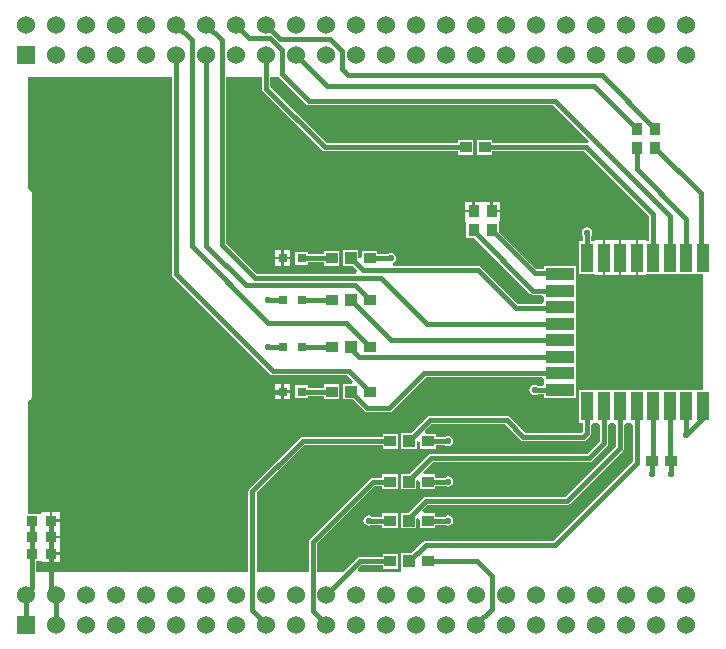
<source format=gtl>
G04 Layer_Physical_Order=1*
G04 Layer_Color=255*
%FSLAX25Y25*%
%MOIN*%
G70*
G01*
G75*
%ADD10R,0.03740X0.03937*%
%ADD11R,0.03937X0.09646*%
%ADD12R,0.09646X0.03937*%
%ADD13R,0.03937X0.03740*%
%ADD14R,0.03937X0.03937*%
%ADD15R,0.03150X0.03150*%
%ADD16R,0.03740X0.03543*%
%ADD17C,0.01500*%
%ADD18C,0.06000*%
%ADD19R,0.06000X0.06000*%
%ADD20C,0.02200*%
G36*
X172527Y183027D02*
X172973Y182728D01*
X173500Y182624D01*
X254930D01*
X266917Y170636D01*
X266819Y170419D01*
X266328Y169811D01*
X266000Y169876D01*
X234718D01*
Y170970D01*
X229581D01*
Y166030D01*
X234718D01*
Y167124D01*
X265430D01*
X287013Y145540D01*
Y137116D01*
X285846D01*
Y137516D01*
X283278D01*
Y131693D01*
Y125870D01*
X285846D01*
Y126270D01*
X290333D01*
X291333Y126270D01*
X291958Y126270D01*
X295845D01*
X296470Y126270D01*
X297470Y126270D01*
X301357D01*
X301982Y126270D01*
X302982Y126270D01*
X304909D01*
Y87549D01*
X302982D01*
X302357Y87549D01*
Y87549D01*
X301982D01*
Y87549D01*
X297470D01*
X296845Y87549D01*
X295845Y87549D01*
X291958D01*
X291333Y87549D01*
X290333Y87549D01*
X286446D01*
X285447Y87549D01*
X284821Y87549D01*
X280935D01*
X280310Y87549D01*
X279309Y87549D01*
X275423D01*
X274798Y87549D01*
X273798Y87549D01*
X269911D01*
X269286Y87549D01*
X268286Y87549D01*
X263774D01*
Y76703D01*
X264966D01*
Y73913D01*
X264430Y73376D01*
X245570D01*
X240473Y78473D01*
X240027Y78772D01*
X239500Y78876D01*
X213874D01*
X213347Y78772D01*
X212901Y78473D01*
X212901Y78473D01*
X207496Y73068D01*
X204432D01*
Y67931D01*
X209569D01*
Y70503D01*
X209731Y70611D01*
X210731Y70076D01*
Y68030D01*
X215868D01*
Y69124D01*
X219000D01*
X219337Y68899D01*
X220000Y68767D01*
X220663Y68899D01*
X221226Y69274D01*
X221601Y69837D01*
X221733Y70500D01*
X221601Y71163D01*
X221226Y71726D01*
X220663Y72101D01*
X220000Y72233D01*
X219337Y72101D01*
X219000Y71877D01*
X215868D01*
Y72970D01*
X212597D01*
X212215Y73894D01*
X214444Y76124D01*
X238930D01*
X244027Y71027D01*
X244027Y71027D01*
X244473Y70728D01*
X245000Y70624D01*
X265000D01*
X265527Y70728D01*
X265973Y71027D01*
X267316Y72369D01*
X267614Y72816D01*
X267719Y73343D01*
Y75996D01*
X268426Y76703D01*
X269771Y76703D01*
X270478Y75996D01*
Y70424D01*
X266430Y66376D01*
X214374D01*
X213847Y66272D01*
X213401Y65973D01*
X206996Y59569D01*
X204306D01*
Y54431D01*
X209442D01*
Y57377D01*
X209605Y57485D01*
X210605Y56950D01*
Y54530D01*
X215742D01*
Y55624D01*
X219000D01*
X219337Y55399D01*
X220000Y55267D01*
X220663Y55399D01*
X221226Y55774D01*
X221601Y56337D01*
X221733Y57000D01*
X221601Y57663D01*
X221226Y58226D01*
X220663Y58601D01*
X220000Y58733D01*
X219337Y58601D01*
X219000Y58376D01*
X215742D01*
Y59470D01*
X212097D01*
X211715Y60394D01*
X214944Y63624D01*
X267000D01*
X267527Y63728D01*
X267973Y64027D01*
X272828Y68881D01*
X273126Y69328D01*
X273231Y69854D01*
Y75996D01*
X273938Y76703D01*
X275283Y76703D01*
X275990Y75996D01*
Y68936D01*
X258930Y51876D01*
X212500D01*
X211973Y51772D01*
X211527Y51473D01*
X211527Y51473D01*
X206622Y46569D01*
X204306D01*
Y41431D01*
X209442D01*
Y44643D01*
X209605Y44751D01*
X210605Y44217D01*
Y41530D01*
X215742D01*
Y42624D01*
X219000D01*
X219337Y42399D01*
X220000Y42267D01*
X220663Y42399D01*
X221226Y42774D01*
X221601Y43337D01*
X221733Y44000D01*
X221601Y44663D01*
X221226Y45226D01*
X220663Y45601D01*
X220000Y45733D01*
X219337Y45601D01*
X219000Y45377D01*
X215742D01*
Y46470D01*
X211831D01*
X211417Y47470D01*
X213070Y49124D01*
X259500D01*
X260027Y49228D01*
X260473Y49527D01*
X278339Y67393D01*
X278638Y67839D01*
X278743Y68366D01*
X278743Y68366D01*
Y75996D01*
X279450Y76703D01*
X280794Y76703D01*
X281502Y75996D01*
Y63948D01*
X254930Y37376D01*
X212500D01*
X211973Y37272D01*
X211527Y36973D01*
X211527Y36973D01*
X207622Y33068D01*
X204432D01*
Y27931D01*
X204432D01*
X204266Y27000D01*
X190253D01*
X189871Y27924D01*
X191070Y29124D01*
X198132D01*
Y28030D01*
X203269D01*
Y32970D01*
X198132D01*
Y31876D01*
X190500D01*
X189973Y31772D01*
X189527Y31473D01*
X185053Y27000D01*
X176376D01*
Y36430D01*
X195570Y55624D01*
X198006D01*
Y54530D01*
X203143D01*
Y59470D01*
X198006D01*
Y58376D01*
X195000D01*
X194473Y58272D01*
X194027Y57973D01*
X174027Y37973D01*
X173728Y37527D01*
X173624Y37000D01*
Y27000D01*
X156126D01*
Y53180D01*
X172070Y69124D01*
X198132D01*
Y68030D01*
X203269D01*
Y72970D01*
X198132D01*
Y71876D01*
X171500D01*
X171500Y71877D01*
X170973Y71772D01*
X170527Y71473D01*
X153777Y54723D01*
X153478Y54277D01*
X153374Y53750D01*
Y27000D01*
X82727D01*
Y30628D01*
X83780D01*
X83820Y30628D01*
X84780Y30529D01*
Y30228D01*
X87250D01*
Y33000D01*
X87650D01*
Y33400D01*
X90520D01*
Y35728D01*
Y38100D01*
X87650D01*
Y38900D01*
X90520D01*
Y41228D01*
Y43600D01*
X87650D01*
Y44000D01*
X87250D01*
Y46772D01*
X84780D01*
Y46470D01*
X83820Y46372D01*
X83780Y46372D01*
X80000D01*
Y83742D01*
X80036Y83756D01*
X80572Y84168D01*
X80984Y84705D01*
X81243Y85330D01*
X81331Y86000D01*
Y152441D01*
X81243Y153112D01*
X80984Y153736D01*
X80572Y154273D01*
X80036Y154685D01*
X80000Y154699D01*
Y192000D01*
X128007D01*
Y126117D01*
X128112Y125590D01*
X128410Y125144D01*
X160527Y93027D01*
X160527Y93027D01*
X160973Y92728D01*
X161500Y92624D01*
X186229D01*
X188360Y90492D01*
X187978Y89569D01*
X184932D01*
Y84431D01*
X188122D01*
X192027Y80527D01*
X192027Y80527D01*
X192473Y80228D01*
X193000Y80124D01*
X200374D01*
X200901Y80228D01*
X201347Y80527D01*
X212574Y91754D01*
X251177D01*
X251884Y91046D01*
X251884Y89702D01*
X251177Y88995D01*
X249850D01*
X249514Y89219D01*
X248850Y89351D01*
X248187Y89219D01*
X247625Y88844D01*
X247249Y88281D01*
X247117Y87618D01*
X247249Y86955D01*
X247625Y86392D01*
X248187Y86017D01*
X248850Y85885D01*
X249514Y86017D01*
X249850Y86242D01*
X251884D01*
Y85050D01*
X262730D01*
Y89561D01*
X262730Y90187D01*
X262730Y91187D01*
Y95698D01*
X262730D01*
Y96073D01*
X262730D01*
Y101210D01*
X262730D01*
X262730Y101585D01*
X262730D01*
Y106722D01*
X262730D01*
Y107097D01*
X262730D01*
Y112234D01*
X262730D01*
X262730Y112609D01*
X262730D01*
Y117121D01*
X262730Y117746D01*
X262730Y118746D01*
Y123258D01*
X262730D01*
X262730Y123632D01*
X262730D01*
Y128769D01*
X251884D01*
Y127876D01*
X249420D01*
X236970Y140327D01*
X236970Y143347D01*
X237370Y144181D01*
X237370Y144253D01*
Y146750D01*
X234500D01*
Y147150D01*
X234100D01*
Y150118D01*
X232370D01*
X231630Y150118D01*
X230630Y150118D01*
X228900D01*
Y147150D01*
X228500D01*
Y146750D01*
X225630D01*
Y144253D01*
X225630Y144181D01*
X226030Y143347D01*
X226030Y143181D01*
Y138282D01*
X228771D01*
X247338Y119716D01*
X247338Y119716D01*
X247784Y119417D01*
X248311Y119313D01*
X251177D01*
X251884Y118605D01*
X251884Y117084D01*
X251177Y116376D01*
X243070D01*
X230973Y128473D01*
X230527Y128772D01*
X230000Y128876D01*
X201650D01*
X201552Y129876D01*
X201663Y129899D01*
X202226Y130274D01*
X202601Y130837D01*
X202733Y131500D01*
X202601Y132163D01*
X202226Y132726D01*
X201663Y133101D01*
X201000Y133233D01*
X200337Y133101D01*
X200000Y132876D01*
X196368D01*
Y133970D01*
X191231D01*
Y132050D01*
X190231Y131515D01*
X190068Y131623D01*
Y134069D01*
X184932D01*
Y128931D01*
X188122D01*
X189677Y127376D01*
X189263Y126376D01*
X156070D01*
X145876Y136570D01*
Y192000D01*
X158007D01*
Y188000D01*
X158112Y187473D01*
X158410Y187027D01*
X177910Y167527D01*
X177910Y167527D01*
X178356Y167228D01*
X178883Y167124D01*
X223282D01*
Y166030D01*
X228419D01*
Y170970D01*
X223282D01*
Y169876D01*
X179453D01*
X160760Y188570D01*
Y192000D01*
X163553D01*
X172527Y183027D01*
D02*
G37*
%LPC*%
G36*
X167425Y89575D02*
X165250D01*
Y87400D01*
X167425D01*
Y89575D01*
D02*
G37*
G36*
X164450D02*
X162276D01*
Y87400D01*
X164450D01*
Y89575D01*
D02*
G37*
G36*
X266342Y141733D02*
X265679Y141601D01*
X265117Y141226D01*
X264741Y140663D01*
X264609Y140000D01*
X264741Y139337D01*
X264966Y139000D01*
Y137116D01*
X263774D01*
Y126270D01*
X268886D01*
Y125870D01*
X271454D01*
Y131693D01*
Y137516D01*
X268886D01*
Y137116D01*
X267719D01*
Y139000D01*
X267944Y139337D01*
X268076Y140000D01*
X267944Y140663D01*
X267568Y141226D01*
X267006Y141601D01*
X266342Y141733D01*
D02*
G37*
G36*
X183769Y89470D02*
X178632D01*
Y88376D01*
X173324D01*
Y89175D01*
X168975D01*
Y84825D01*
X173324D01*
Y85624D01*
X178632D01*
Y84530D01*
X183769D01*
Y89470D01*
D02*
G37*
G36*
X167425Y86600D02*
X165250D01*
Y84425D01*
X167425D01*
Y86600D01*
D02*
G37*
G36*
X90520Y46772D02*
X88050D01*
Y44400D01*
X90520D01*
Y46772D01*
D02*
G37*
G36*
Y32600D02*
X88050D01*
Y30228D01*
X90520D01*
Y32600D01*
D02*
G37*
G36*
X164450Y86600D02*
X162276D01*
Y84425D01*
X164450D01*
Y86600D01*
D02*
G37*
G36*
X203143Y46470D02*
X198006D01*
Y45376D01*
X194500D01*
X194163Y45601D01*
X193500Y45733D01*
X192837Y45601D01*
X192274Y45226D01*
X191899Y44663D01*
X191767Y44000D01*
X191899Y43337D01*
X192274Y42774D01*
X192837Y42399D01*
X193500Y42267D01*
X194163Y42399D01*
X194500Y42624D01*
X198006D01*
Y41530D01*
X203143D01*
Y46470D01*
D02*
G37*
G36*
X183769Y133970D02*
X178632D01*
Y132876D01*
X173324D01*
Y133675D01*
X168975D01*
Y129325D01*
X173324D01*
Y130124D01*
X178632D01*
Y129030D01*
X183769D01*
Y133970D01*
D02*
G37*
G36*
X167425Y134075D02*
X165250D01*
Y131900D01*
X167425D01*
Y134075D01*
D02*
G37*
G36*
X234900Y150118D02*
Y147550D01*
X237370D01*
Y150118D01*
X234900D01*
D02*
G37*
G36*
X228100D02*
X225630D01*
Y147550D01*
X228100D01*
Y150118D01*
D02*
G37*
G36*
X164450Y134075D02*
X162276D01*
Y131900D01*
X164450D01*
Y134075D01*
D02*
G37*
G36*
X282478Y137516D02*
X277766D01*
Y131693D01*
Y125870D01*
X282478D01*
Y131693D01*
Y137516D01*
D02*
G37*
G36*
X276966D02*
X272254D01*
Y131693D01*
Y125870D01*
X276966D01*
Y131693D01*
Y137516D01*
D02*
G37*
G36*
X167425Y131100D02*
X165250D01*
Y128925D01*
X167425D01*
Y131100D01*
D02*
G37*
G36*
X164450D02*
X162276D01*
Y128925D01*
X164450D01*
Y131100D01*
D02*
G37*
%LPD*%
D10*
X283000Y168350D02*
D03*
Y174650D02*
D03*
X289000Y168350D02*
D03*
Y174650D02*
D03*
X228500Y147150D02*
D03*
Y140850D02*
D03*
X234500Y147150D02*
D03*
Y140850D02*
D03*
D11*
X304925Y131693D02*
D03*
X299413D02*
D03*
X293902D02*
D03*
X288390D02*
D03*
X282878D02*
D03*
X277366D02*
D03*
X271854D02*
D03*
X266342D02*
D03*
Y82126D02*
D03*
X271854D02*
D03*
X277366D02*
D03*
X282878D02*
D03*
X288390D02*
D03*
X293902D02*
D03*
X299413D02*
D03*
X304925D02*
D03*
D12*
X257307Y126201D02*
D03*
Y120689D02*
D03*
Y115177D02*
D03*
Y109665D02*
D03*
Y104154D02*
D03*
Y98642D02*
D03*
Y93130D02*
D03*
Y87618D02*
D03*
D13*
X232150Y168500D02*
D03*
X225850D02*
D03*
X294150Y64000D02*
D03*
X287850D02*
D03*
X200701Y30500D02*
D03*
X213299Y30500D02*
D03*
X200575Y57000D02*
D03*
X213173Y57000D02*
D03*
X200575Y44000D02*
D03*
X213173Y44000D02*
D03*
X200701Y70500D02*
D03*
X213299Y70500D02*
D03*
X193799Y131500D02*
D03*
X181201Y131500D02*
D03*
X193799Y117500D02*
D03*
X181201Y117500D02*
D03*
X193799Y102000D02*
D03*
X181201Y102000D02*
D03*
X193799Y87000D02*
D03*
X181201Y87000D02*
D03*
D14*
X207000Y30500D02*
D03*
X206874Y57000D02*
D03*
X206874Y44000D02*
D03*
X207000Y70500D02*
D03*
X187500Y131500D02*
D03*
Y117500D02*
D03*
Y102000D02*
D03*
Y87000D02*
D03*
D15*
X164850Y131500D02*
D03*
X171150D02*
D03*
X164850Y117500D02*
D03*
X171150D02*
D03*
X164850Y102000D02*
D03*
X171150D02*
D03*
X164850Y87000D02*
D03*
X171150D02*
D03*
D16*
X87650Y44000D02*
D03*
X81350Y44000D02*
D03*
X87650Y38500D02*
D03*
X81350D02*
D03*
X87650Y33000D02*
D03*
X81350D02*
D03*
D17*
X200847Y104154D02*
X257307D01*
X187500Y117500D02*
X200847Y104154D01*
X190358Y98642D02*
X257307D01*
X187000Y102000D02*
X190358Y98642D01*
X212835Y109665D02*
X257307D01*
X197500Y125000D02*
X212835Y109665D01*
X188799Y122500D02*
X193799Y117500D01*
X187500Y131500D02*
X191500Y127500D01*
X230000D01*
X242500Y115000D01*
X257323D01*
X257500Y115177D01*
X185799Y110000D02*
X193799Y102000D01*
X160000Y110000D02*
X185799D01*
X212004Y93130D02*
X257307D01*
X200374Y81500D02*
X212004Y93130D01*
X187500Y87000D02*
X193000Y81500D01*
X200374D01*
X186799Y94000D02*
X193799Y87000D01*
X161500Y94000D02*
X186799D01*
X170500Y87000D02*
X170500Y87000D01*
X181201D01*
X171150Y102000D02*
X181201D01*
X171150Y102000D02*
X171150Y102000D01*
X171650Y117500D02*
X181201D01*
X171150Y118000D02*
X171650Y117500D01*
X129383Y126117D02*
Y199381D01*
Y126117D02*
X161500Y94000D01*
X129383Y209381D02*
X134500Y204264D01*
Y135500D02*
Y204264D01*
Y135500D02*
X160000Y110000D01*
X139383Y199381D02*
Y200000D01*
Y209381D02*
X144500Y204264D01*
X171150Y131500D02*
X181000D01*
X181500Y131000D01*
X87650Y38500D02*
Y44000D01*
Y33500D02*
Y38500D01*
Y21231D02*
Y33000D01*
X89383Y9764D02*
Y19381D01*
X89000Y9381D02*
X89383Y9764D01*
X87650Y21231D02*
X89500Y19381D01*
X81350Y38500D02*
Y44000D01*
X79383Y19500D02*
X81350Y21467D01*
Y32650D01*
Y33000D01*
X81350Y32650D02*
X81350Y32650D01*
X81500Y32500D01*
X81350Y32650D02*
Y38500D01*
X79383Y10617D02*
Y19381D01*
Y10617D02*
X79500Y10500D01*
X234500Y140850D02*
X248850Y126500D01*
X257307D01*
X248311Y120689D02*
X257307D01*
X228500Y140500D02*
X248311Y120689D01*
X160000Y117500D02*
X164850D01*
X160000Y102000D02*
X164850D01*
X160000Y87000D02*
X164850D01*
X155500Y125000D02*
X197500D01*
X144500Y136000D02*
Y204264D01*
Y136000D02*
X155500Y125000D01*
X139383Y135617D02*
Y199381D01*
Y135617D02*
X152500Y122500D01*
X188799D01*
X266342Y131693D02*
Y140000D01*
X304925Y78072D02*
Y82126D01*
X299413Y72561D02*
X304925Y78072D01*
X299413Y72561D02*
Y82126D01*
X293902Y64098D02*
Y82126D01*
Y64098D02*
X294000Y64000D01*
X288390Y64390D02*
Y82126D01*
X287850Y63850D02*
X288390Y64390D01*
X287850Y59500D02*
Y63850D01*
X288390Y131693D02*
Y146110D01*
X266000Y168500D02*
X288390Y146110D01*
X149383Y209381D02*
X153733Y205031D01*
X164500Y193000D02*
X173500Y184000D01*
X255500D01*
X293902Y145598D01*
Y131693D02*
Y145598D01*
X178883Y168500D02*
X225850D01*
X159383Y188000D02*
X178883Y168500D01*
X159383Y188000D02*
Y199381D01*
Y199500D01*
X169383Y199381D02*
X179764Y189000D01*
X268528D01*
X282878Y174650D01*
X271150Y192500D02*
X289000Y174650D01*
X186500Y192500D02*
X271150D01*
X184500Y194500D02*
X186500Y192500D01*
X184500Y194500D02*
Y200500D01*
X180500Y204500D02*
X184500Y200500D01*
X160000Y208500D02*
Y209500D01*
Y208500D02*
X164000Y204500D01*
X180500D01*
X164500Y193000D02*
Y201000D01*
X153733Y205031D02*
X160469D01*
X164500Y201000D01*
X289000Y168350D02*
X304182Y153169D01*
Y133000D02*
Y153169D01*
X299413Y131693D02*
Y144587D01*
X282878Y161122D02*
X299413Y144587D01*
X282878Y161122D02*
Y169000D01*
X248920Y87618D02*
X257307D01*
X294150Y59650D02*
Y64000D01*
X266342Y73343D02*
Y82126D01*
X265000Y72000D02*
X266342Y73343D01*
X245000Y72000D02*
X265000D01*
X239500Y77500D02*
X245000Y72000D01*
X213874Y77500D02*
X239500D01*
X206874Y70500D02*
X213874Y77500D01*
X271854Y69854D02*
Y82126D01*
X214374Y65000D02*
X267000D01*
X206874Y57500D02*
X214374Y65000D01*
X267000D02*
X271854Y69854D01*
X277366Y68366D02*
Y82126D01*
X259500Y50500D02*
X277366Y68366D01*
X212500Y50500D02*
X259500D01*
X207000Y45000D02*
X212500Y50500D01*
X207000Y44000D02*
Y45000D01*
X282878Y63378D02*
Y82126D01*
X255500Y36000D02*
X282878Y63378D01*
X207000Y30500D02*
X212500Y36000D01*
X255500D01*
X171500Y70500D02*
X200701D01*
X154750Y14133D02*
Y53750D01*
Y14133D02*
X159383Y9500D01*
X154750Y53750D02*
X171500Y70500D01*
X190500Y30500D02*
X200701D01*
X179500Y19500D02*
X190500Y30500D01*
X175000Y13881D02*
X179500Y9381D01*
X213299Y30500D02*
X229500D01*
X229383Y9500D02*
X234500Y14617D01*
Y25500D01*
X229500Y30500D02*
X234500Y25500D01*
X175000Y13881D02*
Y37000D01*
X195000Y57000D01*
X200575D01*
X193500Y44000D02*
X200575D01*
X213299Y70500D02*
X220000D01*
X220000Y70500D01*
X213173Y57000D02*
X220000D01*
X220000Y57000D01*
X213173Y44000D02*
X220000D01*
X220000Y44000D01*
X193799Y131500D02*
X201000D01*
X232500Y168500D02*
X266000D01*
D18*
X89383Y19381D02*
D03*
Y9381D02*
D03*
X179383Y19381D02*
D03*
X189383Y9381D02*
D03*
X179383D02*
D03*
X289383D02*
D03*
X299383Y19381D02*
D03*
X259383Y9381D02*
D03*
X189383Y19381D02*
D03*
X199383Y9381D02*
D03*
X169383Y19381D02*
D03*
X99383D02*
D03*
Y9381D02*
D03*
X229383Y19381D02*
D03*
Y9381D02*
D03*
X239383D02*
D03*
X249383D02*
D03*
X239383Y19381D02*
D03*
X249383D02*
D03*
X259383D02*
D03*
X269383D02*
D03*
Y9381D02*
D03*
X279383Y19381D02*
D03*
Y9381D02*
D03*
X289383Y19381D02*
D03*
X299383Y9381D02*
D03*
X219383Y19381D02*
D03*
Y9381D02*
D03*
X209383D02*
D03*
Y19381D02*
D03*
X119383D02*
D03*
X109383D02*
D03*
Y9381D02*
D03*
X119383D02*
D03*
X199383Y19381D02*
D03*
X159383D02*
D03*
X139383Y9381D02*
D03*
X169383D02*
D03*
X129383Y19381D02*
D03*
X139383D02*
D03*
X129383Y9381D02*
D03*
X149383D02*
D03*
Y19381D02*
D03*
X159383Y9381D02*
D03*
X79383Y19381D02*
D03*
X89383Y209381D02*
D03*
Y199381D02*
D03*
X179383Y209381D02*
D03*
X189383Y199381D02*
D03*
X179383D02*
D03*
X289383D02*
D03*
X299383Y209381D02*
D03*
X259383Y199381D02*
D03*
X189383Y209381D02*
D03*
X199383Y199381D02*
D03*
X169383Y209381D02*
D03*
X99383D02*
D03*
Y199381D02*
D03*
X229383Y209381D02*
D03*
Y199381D02*
D03*
X239383D02*
D03*
X249383D02*
D03*
X239383Y209381D02*
D03*
X249383D02*
D03*
X259383D02*
D03*
X269383D02*
D03*
Y199381D02*
D03*
X279383Y209381D02*
D03*
Y199381D02*
D03*
X289383Y209381D02*
D03*
X299383Y199381D02*
D03*
X219383Y209381D02*
D03*
Y199381D02*
D03*
X209383D02*
D03*
Y209381D02*
D03*
X119383D02*
D03*
X109383D02*
D03*
Y199381D02*
D03*
X119383D02*
D03*
X199383Y209381D02*
D03*
X159383D02*
D03*
X139383Y199381D02*
D03*
X169383D02*
D03*
X129383Y209381D02*
D03*
X139383D02*
D03*
X129383Y199381D02*
D03*
X149383D02*
D03*
Y209381D02*
D03*
X159383Y199381D02*
D03*
X79383Y209381D02*
D03*
D19*
Y9381D02*
D03*
Y199381D02*
D03*
D20*
X160000Y117500D02*
D03*
Y102000D02*
D03*
Y87000D02*
D03*
X266342Y140000D02*
D03*
X299413Y72530D02*
D03*
X287850Y59500D02*
D03*
X248850Y87618D02*
D03*
X294144Y59650D02*
D03*
X193500Y44000D02*
D03*
X220000Y70500D02*
D03*
Y57000D02*
D03*
Y44000D02*
D03*
X201000Y131500D02*
D03*
M02*

</source>
